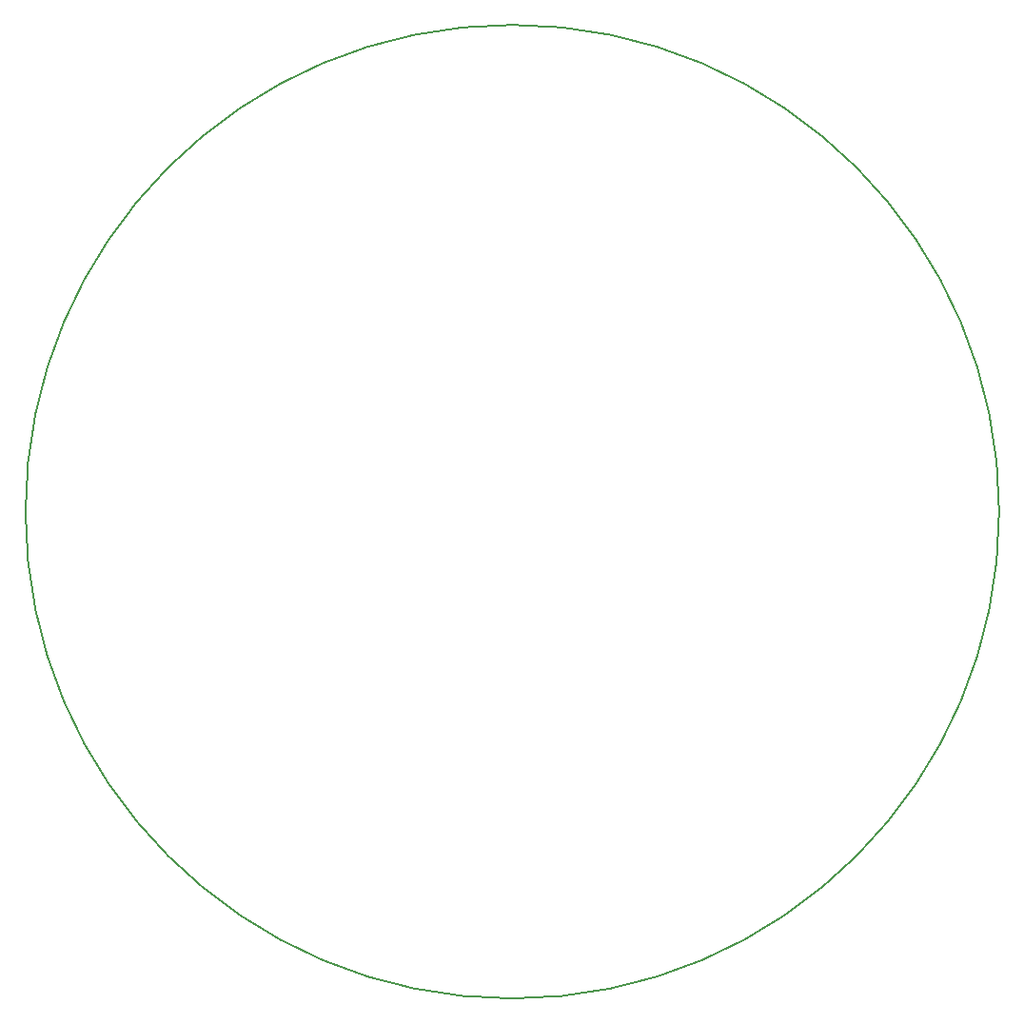
<source format=gm1>
G04 MADE WITH FRITZING*
G04 WWW.FRITZING.ORG*
G04 DOUBLE SIDED*
G04 HOLES PLATED*
G04 CONTOUR ON CENTER OF CONTOUR VECTOR*
%ASAXBY*%
%FSLAX23Y23*%
%MOIN*%
%OFA0B0*%
%SFA1.0B1.0*%
%ADD10C,3.410440*%
%ADD10C,0.008*%
%LNCONTOUR*%
G90*
G70*
G54D10*
G01X3477Y1772D02*
G75*
G03X3477Y1772I-1705J0D01*
G01*
G04 End of contour*
M02*
</source>
